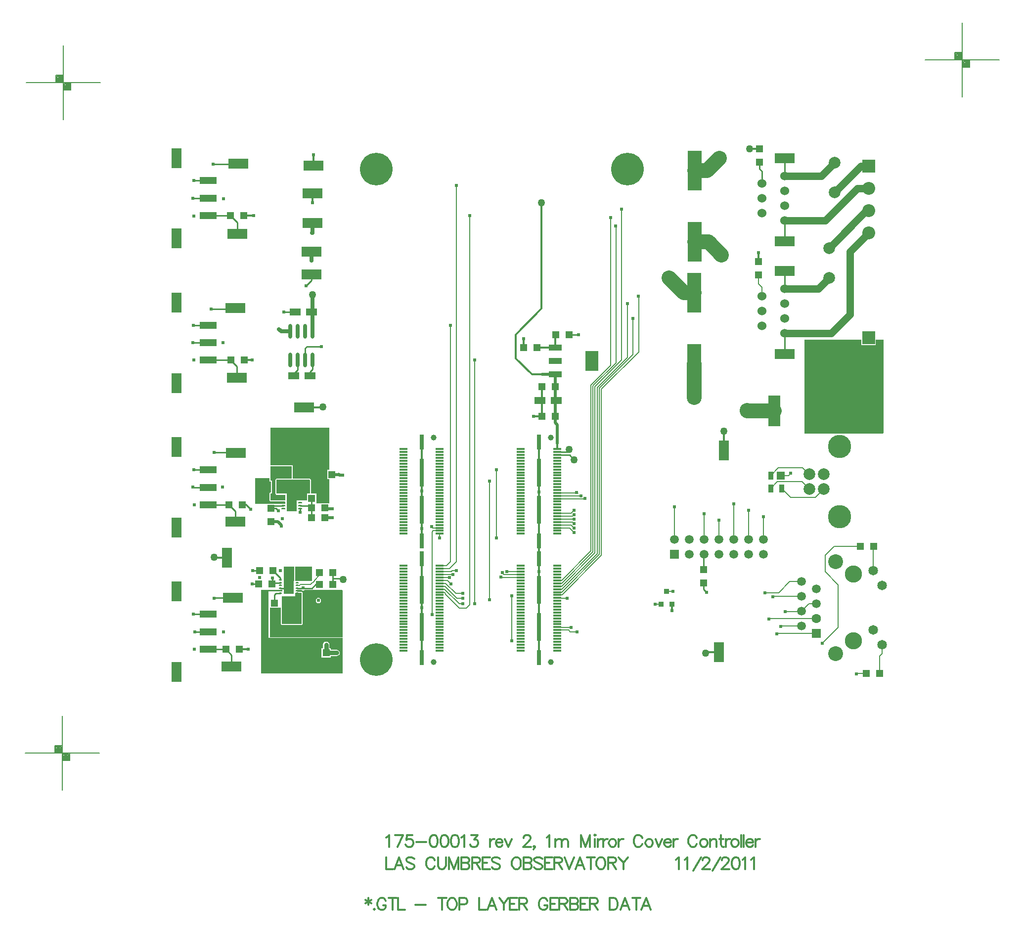
<source format=gtl>
%FSLAX23Y23*%
%MOIN*%
G70*
G01*
G75*
G04 Layer_Physical_Order=1*
G04 Layer_Color=255*
%ADD10R,0.025X0.100*%
%ADD11R,0.057X0.012*%
%ADD12R,0.025X0.185*%
%ADD13R,0.085X0.138*%
%ADD14R,0.085X0.043*%
%ADD15R,0.085X0.043*%
%ADD16R,0.035X0.053*%
%ADD17R,0.053X0.053*%
%ADD18R,0.070X0.135*%
%ADD19R,0.036X0.036*%
%ADD20R,0.098X0.268*%
%ADD21R,0.078X0.048*%
%ADD22R,0.063X0.075*%
%ADD23R,0.050X0.050*%
%ADD24R,0.079X0.209*%
%ADD25R,0.094X0.130*%
%ADD26O,0.028X0.098*%
%ADD27R,0.087X0.059*%
%ADD28O,0.027X0.010*%
%ADD29R,0.065X0.094*%
%ADD30O,0.024X0.010*%
%ADD31R,0.135X0.070*%
%ADD32R,0.050X0.050*%
%ADD33R,0.115X0.050*%
%ADD34R,0.065X0.135*%
%ADD35C,0.050*%
%ADD36C,0.008*%
%ADD37C,0.005*%
%ADD38C,0.012*%
%ADD39C,0.010*%
%ADD40C,0.020*%
%ADD41C,0.100*%
%ADD42C,0.030*%
%ADD43C,0.025*%
%ADD44C,0.012*%
%ADD45C,0.012*%
%ADD46C,0.060*%
%ADD47C,0.039*%
%ADD48C,0.220*%
%ADD49C,0.020*%
%ADD50C,0.059*%
%ADD51R,0.059X0.059*%
%ADD52C,0.063*%
%ADD53C,0.116*%
%ADD54C,0.065*%
%ADD55C,0.100*%
%ADD56C,0.079*%
%ADD57R,0.059X0.059*%
%ADD58C,0.059*%
%ADD59C,0.087*%
%ADD60R,0.087X0.087*%
%ADD61C,0.157*%
%ADD62C,0.026*%
%ADD63C,0.024*%
%ADD64C,0.050*%
G36*
X12898Y11260D02*
X12827D01*
Y11355D01*
X12898D01*
Y11260D01*
D02*
G37*
G36*
X13017D02*
X12904D01*
Y11355D01*
X13017D01*
Y11260D01*
D02*
G37*
G36*
X13222Y11195D02*
Y10881D01*
X12732D01*
Y11079D01*
X12793D01*
Y11080D01*
X12806D01*
Y10970D01*
X12808Y10965D01*
X12812Y10963D01*
X12947D01*
X12952Y10965D01*
X12954Y10970D01*
Y11180D01*
X12952Y11184D01*
X12947Y11186D01*
X12928D01*
X12927Y11186D01*
X12923Y11187D01*
X12916D01*
Y11199D01*
X12943Y11199D01*
X12943Y11199D01*
X12949Y11195D01*
X12956Y11193D01*
X12963Y11195D01*
X12969Y11199D01*
X12969Y11199D01*
X13217Y11200D01*
X13222Y11195D01*
D02*
G37*
G36*
X12817Y11189D02*
X12725D01*
Y10875D01*
X13222D01*
Y10635D01*
X12700D01*
Y10636D01*
X12672D01*
Y11199D01*
X12817D01*
Y11189D01*
D02*
G37*
G36*
X12947Y10970D02*
X12812D01*
Y11155D01*
X12902D01*
Y11180D01*
X12947D01*
Y10970D01*
D02*
G37*
G36*
X16869Y12258D02*
X16868Y12256D01*
X16867Y12253D01*
X16336D01*
Y12886D01*
X16719D01*
Y12850D01*
X16818D01*
Y12886D01*
X16869D01*
Y12258D01*
D02*
G37*
G36*
X13002Y11941D02*
X13002D01*
X13002Y11941D01*
X13003Y11941D01*
X13003Y11941D01*
X13003Y11941D01*
X13003Y11941D01*
X13003Y11940D01*
Y11848D01*
X12984D01*
Y11804D01*
X12910D01*
X12909Y11803D01*
X12848D01*
Y11848D01*
X12778D01*
X12777Y11848D01*
X12776Y11849D01*
Y11941D01*
X12777Y11941D01*
X12778Y11942D01*
X13001D01*
X13002Y11941D01*
D02*
G37*
G36*
X12881Y12033D02*
X12881Y12033D01*
Y11949D01*
Y11949D01*
X12841D01*
X12841Y11948D01*
X12776D01*
X12772Y11946D01*
X12770Y11942D01*
Y11848D01*
X12772Y11843D01*
X12776Y11841D01*
X12838D01*
Y11806D01*
X12834Y11802D01*
X12738D01*
X12737Y11802D01*
X12736Y11803D01*
Y11848D01*
X12748D01*
Y11935D01*
X12736D01*
Y12034D01*
X12880D01*
X12881Y12033D01*
D02*
G37*
G36*
X12730Y11933D02*
X12732Y11929D01*
X12736Y11927D01*
X12739D01*
Y11857D01*
X12736D01*
X12732Y11855D01*
X12730Y11850D01*
Y11802D01*
X12732Y11797D01*
X12736Y11795D01*
X12816D01*
X12816Y11795D01*
X12833D01*
X12836Y11794D01*
Y11780D01*
X12634D01*
X12634Y11780D01*
X12634Y11780D01*
X12633Y11780D01*
Y11953D01*
X12730D01*
Y11933D01*
D02*
G37*
G36*
X13133Y12008D02*
X13119D01*
Y11946D01*
X13133D01*
Y11787D01*
X13129Y11783D01*
X13046D01*
Y11786D01*
X13046D01*
Y11848D01*
X13010D01*
Y11941D01*
X13010Y11941D01*
X13010Y11941D01*
X13009Y11943D01*
X13008Y11945D01*
X13008Y11945D01*
X13008Y11946D01*
X13007Y11947D01*
X13005Y11947D01*
X13002Y11948D01*
X12888D01*
X12888Y11949D01*
Y12034D01*
X12886Y12038D01*
X12881Y12040D01*
X12736D01*
Y12292D01*
X12736Y12292D01*
X12736Y12292D01*
X12737Y12294D01*
X13133D01*
Y12008D01*
D02*
G37*
%LPC*%
G36*
X13112Y10851D02*
X13104Y10849D01*
X13097Y10845D01*
X13092Y10838D01*
X13091Y10830D01*
Y10806D01*
X13081D01*
Y10744D01*
X13143D01*
Y10753D01*
X13182D01*
X13190Y10755D01*
X13197Y10759D01*
X13202Y10766D01*
X13204Y10775D01*
X13202Y10783D01*
X13197Y10790D01*
X13190Y10794D01*
X13182Y10796D01*
X13143D01*
Y10806D01*
X13134D01*
Y10830D01*
X13132Y10838D01*
X13127Y10845D01*
X13120Y10849D01*
X13112Y10851D01*
D02*
G37*
G36*
X13060Y11146D02*
X13053Y11145D01*
X13047Y11141D01*
X13043Y11135D01*
X13042Y11128D01*
X13043Y11121D01*
X13047Y11115D01*
X13053Y11111D01*
X13060Y11109D01*
X13067Y11111D01*
X13073Y11115D01*
X13077Y11121D01*
X13078Y11128D01*
X13077Y11135D01*
X13073Y11141D01*
X13067Y11145D01*
X13060Y11146D01*
D02*
G37*
%LPD*%
D10*
X14547Y11409D02*
D03*
Y11531D02*
D03*
Y12196D02*
D03*
Y10744D02*
D03*
X13757Y11409D02*
D03*
Y11531D02*
D03*
Y12196D02*
D03*
Y10744D02*
D03*
D11*
X14669Y12149D02*
D03*
Y12129D02*
D03*
Y12110D02*
D03*
Y12090D02*
D03*
Y12070D02*
D03*
Y12050D02*
D03*
Y12031D02*
D03*
Y12011D02*
D03*
Y11991D02*
D03*
Y11972D02*
D03*
Y11952D02*
D03*
Y11932D02*
D03*
Y11913D02*
D03*
Y11893D02*
D03*
Y11873D02*
D03*
Y11854D02*
D03*
Y11834D02*
D03*
Y11814D02*
D03*
Y11795D02*
D03*
Y11775D02*
D03*
Y11755D02*
D03*
Y11736D02*
D03*
Y11716D02*
D03*
Y11696D02*
D03*
Y11676D02*
D03*
Y11657D02*
D03*
Y11637D02*
D03*
Y11617D02*
D03*
Y11598D02*
D03*
Y11578D02*
D03*
Y11362D02*
D03*
Y11342D02*
D03*
Y11322D02*
D03*
Y11302D02*
D03*
Y11283D02*
D03*
Y11263D02*
D03*
Y11243D02*
D03*
Y11224D02*
D03*
Y11204D02*
D03*
Y11184D02*
D03*
Y11165D02*
D03*
Y11145D02*
D03*
Y11125D02*
D03*
Y11106D02*
D03*
Y11086D02*
D03*
Y11066D02*
D03*
Y11047D02*
D03*
Y11027D02*
D03*
Y11007D02*
D03*
Y10987D02*
D03*
Y10968D02*
D03*
Y10948D02*
D03*
Y10928D02*
D03*
Y10909D02*
D03*
Y10889D02*
D03*
Y10869D02*
D03*
Y10850D02*
D03*
Y10830D02*
D03*
Y10810D02*
D03*
Y10791D02*
D03*
X14425Y12149D02*
D03*
Y12129D02*
D03*
Y12110D02*
D03*
Y12090D02*
D03*
Y12070D02*
D03*
Y12050D02*
D03*
Y12031D02*
D03*
Y12011D02*
D03*
Y11991D02*
D03*
Y11972D02*
D03*
Y11952D02*
D03*
Y11932D02*
D03*
Y11913D02*
D03*
Y11893D02*
D03*
Y11873D02*
D03*
Y11854D02*
D03*
Y11834D02*
D03*
Y11814D02*
D03*
Y11795D02*
D03*
Y11775D02*
D03*
Y11755D02*
D03*
Y11736D02*
D03*
Y11716D02*
D03*
Y11696D02*
D03*
Y11676D02*
D03*
Y11657D02*
D03*
Y11637D02*
D03*
Y11617D02*
D03*
Y11598D02*
D03*
Y11578D02*
D03*
Y11362D02*
D03*
Y11342D02*
D03*
Y11322D02*
D03*
Y11302D02*
D03*
Y11283D02*
D03*
Y11263D02*
D03*
Y11243D02*
D03*
Y11224D02*
D03*
Y11204D02*
D03*
Y11184D02*
D03*
Y11165D02*
D03*
Y11145D02*
D03*
Y11125D02*
D03*
Y11106D02*
D03*
Y11086D02*
D03*
Y11066D02*
D03*
Y11047D02*
D03*
Y11027D02*
D03*
Y11007D02*
D03*
Y10987D02*
D03*
Y10968D02*
D03*
Y10948D02*
D03*
Y10928D02*
D03*
Y10909D02*
D03*
Y10889D02*
D03*
Y10869D02*
D03*
Y10850D02*
D03*
Y10830D02*
D03*
Y10810D02*
D03*
Y10791D02*
D03*
X13878Y12149D02*
D03*
Y12129D02*
D03*
Y12110D02*
D03*
Y12090D02*
D03*
Y12070D02*
D03*
Y12050D02*
D03*
Y12031D02*
D03*
Y12011D02*
D03*
Y11991D02*
D03*
Y11972D02*
D03*
Y11952D02*
D03*
Y11932D02*
D03*
Y11913D02*
D03*
Y11893D02*
D03*
Y11873D02*
D03*
Y11854D02*
D03*
Y11834D02*
D03*
Y11814D02*
D03*
Y11795D02*
D03*
Y11775D02*
D03*
Y11755D02*
D03*
Y11736D02*
D03*
Y11716D02*
D03*
Y11696D02*
D03*
Y11676D02*
D03*
Y11657D02*
D03*
Y11637D02*
D03*
Y11617D02*
D03*
Y11598D02*
D03*
Y11578D02*
D03*
Y11362D02*
D03*
Y11342D02*
D03*
Y11322D02*
D03*
Y11302D02*
D03*
Y11283D02*
D03*
Y11263D02*
D03*
Y11243D02*
D03*
Y11224D02*
D03*
Y11204D02*
D03*
Y11184D02*
D03*
Y11165D02*
D03*
Y11145D02*
D03*
Y11125D02*
D03*
Y11106D02*
D03*
Y11086D02*
D03*
Y11066D02*
D03*
Y11047D02*
D03*
Y11027D02*
D03*
Y11007D02*
D03*
Y10987D02*
D03*
Y10968D02*
D03*
Y10948D02*
D03*
Y10928D02*
D03*
Y10909D02*
D03*
Y10889D02*
D03*
Y10869D02*
D03*
Y10850D02*
D03*
Y10830D02*
D03*
Y10810D02*
D03*
Y10791D02*
D03*
X13635Y12149D02*
D03*
Y12129D02*
D03*
Y12110D02*
D03*
Y12090D02*
D03*
Y12070D02*
D03*
Y12050D02*
D03*
Y12031D02*
D03*
Y12011D02*
D03*
Y11991D02*
D03*
Y11972D02*
D03*
Y11952D02*
D03*
Y11932D02*
D03*
Y11913D02*
D03*
Y11893D02*
D03*
Y11873D02*
D03*
Y11854D02*
D03*
Y11834D02*
D03*
Y11814D02*
D03*
Y11795D02*
D03*
Y11775D02*
D03*
Y11755D02*
D03*
Y11736D02*
D03*
Y11716D02*
D03*
Y11696D02*
D03*
Y11676D02*
D03*
Y11657D02*
D03*
Y11637D02*
D03*
Y11617D02*
D03*
Y11598D02*
D03*
Y11578D02*
D03*
Y11362D02*
D03*
Y11342D02*
D03*
Y11322D02*
D03*
Y11302D02*
D03*
Y11283D02*
D03*
Y11263D02*
D03*
Y11243D02*
D03*
Y11224D02*
D03*
Y11204D02*
D03*
Y11184D02*
D03*
Y11165D02*
D03*
Y11145D02*
D03*
Y11125D02*
D03*
Y11106D02*
D03*
Y11086D02*
D03*
Y11066D02*
D03*
Y11047D02*
D03*
Y11027D02*
D03*
Y11007D02*
D03*
Y10987D02*
D03*
Y10968D02*
D03*
Y10948D02*
D03*
Y10928D02*
D03*
Y10909D02*
D03*
Y10889D02*
D03*
Y10869D02*
D03*
Y10850D02*
D03*
Y10830D02*
D03*
Y10810D02*
D03*
Y10791D02*
D03*
D12*
X14547Y11988D02*
D03*
Y11738D02*
D03*
Y10951D02*
D03*
Y11201D02*
D03*
X13757Y11988D02*
D03*
Y11738D02*
D03*
Y10951D02*
D03*
Y11201D02*
D03*
D13*
X14902Y12743D02*
D03*
D14*
X14658Y12653D02*
D03*
Y12834D02*
D03*
D15*
Y12743D02*
D03*
D16*
X16109Y11971D02*
D03*
Y11884D02*
D03*
X16183D02*
D03*
D17*
X16176Y11971D02*
D03*
D18*
X15793Y12138D02*
D03*
X16382Y12674D02*
D03*
X12442Y11417D02*
D03*
X15759Y10779D02*
D03*
D19*
X15369Y11104D02*
D03*
X15406Y11190D02*
D03*
X15443Y11104D02*
D03*
D20*
X15598Y13545D02*
D03*
Y14025D02*
D03*
X15595Y12722D02*
D03*
Y13202D02*
D03*
D21*
X13004Y12642D02*
D03*
X12894D02*
D03*
X14553Y12475D02*
D03*
X14663D02*
D03*
X13015Y13073D02*
D03*
X12905D02*
D03*
D22*
X13074Y11895D02*
D03*
X12964D02*
D03*
X12710Y11892D02*
D03*
X12820D02*
D03*
D23*
X14566Y12570D02*
D03*
X14656D02*
D03*
X12437Y10799D02*
D03*
X12527D02*
D03*
X12458Y11773D02*
D03*
X12548D02*
D03*
X12469Y12748D02*
D03*
X12559D02*
D03*
X12468Y13722D02*
D03*
X12558D02*
D03*
X16755Y10636D02*
D03*
X16845D02*
D03*
X16713Y11492D02*
D03*
X16803D02*
D03*
X13150Y11977D02*
D03*
X13060D02*
D03*
X13105Y11752D02*
D03*
X13015D02*
D03*
Y11817D02*
D03*
X13105D02*
D03*
X13015Y11687D02*
D03*
X13105D02*
D03*
X12662Y11330D02*
D03*
X12752D02*
D03*
X13157Y11315D02*
D03*
X13067D02*
D03*
X13157Y11235D02*
D03*
X13067D02*
D03*
X12747Y11240D02*
D03*
X12657D02*
D03*
X12867Y11320D02*
D03*
X12957D02*
D03*
X14568Y12368D02*
D03*
X14658D02*
D03*
X14660Y12921D02*
D03*
X14750D02*
D03*
X14445Y12833D02*
D03*
X14535D02*
D03*
D24*
X16394Y12407D02*
D03*
X16134D02*
D03*
D25*
X13144Y11050D02*
D03*
X12870D02*
D03*
D26*
X13021Y12942D02*
D03*
X12971D02*
D03*
X12921D02*
D03*
X12871D02*
D03*
X13021Y12749D02*
D03*
X12971D02*
D03*
X12921D02*
D03*
X12871D02*
D03*
D27*
X12917Y10926D02*
D03*
Y10674D02*
D03*
X12820Y11996D02*
D03*
Y12248D02*
D03*
D28*
X12825Y11806D02*
D03*
Y11787D02*
D03*
Y11767D02*
D03*
Y11747D02*
D03*
X12936D02*
D03*
Y11767D02*
D03*
X12936Y11787D02*
D03*
X12936Y11806D02*
D03*
D29*
X12880Y11777D02*
D03*
X12859Y11220D02*
D03*
D30*
X12916Y11265D02*
D03*
Y11247D02*
D03*
X12802Y11265D02*
D03*
Y11247D02*
D03*
Y11229D02*
D03*
Y11211D02*
D03*
Y11194D02*
D03*
Y11176D02*
D03*
X12916D02*
D03*
Y11194D02*
D03*
Y11211D02*
D03*
Y11229D02*
D03*
D31*
X16202Y12790D02*
D03*
Y13350D02*
D03*
Y13550D02*
D03*
Y14110D02*
D03*
X13019Y13674D02*
D03*
X13026Y14061D02*
D03*
X13015Y13481D02*
D03*
X13021Y13873D02*
D03*
X12484Y11147D02*
D03*
X12502Y12124D02*
D03*
X12500Y13099D02*
D03*
X12521Y14074D02*
D03*
X12475Y10683D02*
D03*
X12500Y11659D02*
D03*
X12509Y12629D02*
D03*
X12514Y13600D02*
D03*
X13015Y13326D02*
D03*
X12963Y12430D02*
D03*
D32*
X16027Y13413D02*
D03*
Y13323D02*
D03*
X16035Y14173D02*
D03*
Y14083D02*
D03*
X15658Y11337D02*
D03*
Y11247D02*
D03*
X12741Y11659D02*
D03*
Y11749D02*
D03*
X12762Y11020D02*
D03*
Y11110D02*
D03*
X13112Y10775D02*
D03*
Y10685D02*
D03*
D33*
X12318Y13722D02*
D03*
Y13840D02*
D03*
Y13958D02*
D03*
Y12748D02*
D03*
Y12866D02*
D03*
Y12984D02*
D03*
Y11773D02*
D03*
Y11891D02*
D03*
Y12009D02*
D03*
Y10799D02*
D03*
Y10917D02*
D03*
Y11035D02*
D03*
D34*
X12102Y13569D02*
D03*
Y14111D02*
D03*
Y12594D02*
D03*
Y13137D02*
D03*
Y11620D02*
D03*
Y12162D02*
D03*
Y10646D02*
D03*
Y11188D02*
D03*
D35*
X16716Y14055D02*
X16769D01*
X16539Y13878D02*
X16716Y14055D01*
X16692Y13905D02*
X16769D01*
X16476Y13690D02*
X16692Y13905D01*
X16202Y13690D02*
X16476D01*
X16451Y13990D02*
X16539Y14078D01*
X16202Y13990D02*
X16451D01*
X16754Y13755D02*
X16769D01*
X16502Y13503D02*
X16754Y13755D01*
X16429Y13230D02*
X16502Y13303D01*
X16202Y13230D02*
X16429D01*
X16644Y13480D02*
X16769Y13605D01*
X16644Y13057D02*
Y13480D01*
X16516Y12930D02*
X16644Y13057D01*
X16202Y12930D02*
X16516D01*
D36*
X13994Y11142D02*
X14034D01*
X13912Y11224D02*
X13994Y11142D01*
X13986Y11175D02*
X14034D01*
X13917Y11243D02*
X13986Y11175D01*
X13878Y11224D02*
X13912D01*
X13878Y11243D02*
X13917D01*
X14009Y11105D02*
X14034D01*
X13910Y11204D02*
X14009Y11105D01*
X13878Y11204D02*
X13910D01*
X13878Y11184D02*
X13907D01*
X13917Y11175D01*
Y11170D02*
X14010Y11077D01*
X13917Y11170D02*
Y11175D01*
X14010Y11077D02*
X14056D01*
X12916Y11229D02*
X12933D01*
X12938Y11235D01*
X13008D01*
X13032Y11259D01*
Y11264D01*
X13067Y11299D01*
Y11315D01*
X16536Y11492D02*
X16713D01*
X16476Y11433D02*
X16536Y11492D01*
X16476Y11322D02*
Y11433D01*
Y11322D02*
X16564Y11234D01*
X15029Y12713D02*
Y13710D01*
X14897Y12581D02*
X15029Y12713D01*
X14897Y11462D02*
Y12581D01*
X14699Y11263D02*
X14897Y11462D01*
X14669Y11263D02*
X14699D01*
X15067Y12731D02*
Y13652D01*
X14911Y12576D02*
X15067Y12731D01*
X14911Y11456D02*
Y12576D01*
X14699Y11243D02*
X14911Y11456D01*
X14669Y11243D02*
X14699D01*
X15105Y12749D02*
Y13766D01*
X14925Y12570D02*
X15105Y12749D01*
X14925Y11450D02*
Y12570D01*
X14699Y11224D02*
X14925Y11450D01*
X14669Y11224D02*
X14699D01*
X15143Y12767D02*
Y13128D01*
X14939Y12564D02*
X15143Y12767D01*
X14939Y11444D02*
Y12564D01*
X14699Y11204D02*
X14939Y11444D01*
X14669Y11204D02*
X14699D01*
X15181Y12786D02*
Y13029D01*
X14953Y12558D02*
X15181Y12786D01*
X14953Y11438D02*
Y12558D01*
X14699Y11184D02*
X14953Y11438D01*
X14669Y11184D02*
X14699D01*
X14967Y12552D02*
X15219Y12804D01*
X14967Y11433D02*
Y12552D01*
X14702Y11167D02*
X14967Y11433D01*
X14112Y11105D02*
Y12750D01*
X14215Y11134D02*
Y11934D01*
X14362Y10856D02*
Y11160D01*
X14056Y11077D02*
X14079Y11100D01*
Y13723D01*
X13878Y11362D02*
X13923D01*
X13950Y11388D01*
Y12983D01*
X13878Y11342D02*
X13944D01*
X13990Y11388D01*
Y13927D01*
X13835Y11598D02*
X13878D01*
X13827Y11590D02*
X13835Y11598D01*
X13827Y11033D02*
Y11590D01*
X13878Y11552D02*
Y11578D01*
X13878Y11551D02*
X13878Y11552D01*
X14260Y11551D02*
Y12010D01*
X13878Y11263D02*
X13931D01*
X13953Y11241D01*
X13830Y11617D02*
X13878D01*
X13822Y11625D02*
X13830Y11617D01*
X15406Y11190D02*
X15450D01*
X15329Y11104D02*
X15369D01*
X14669Y11144D02*
X14738D01*
X14669Y11145D02*
X14669Y11144D01*
X14669Y11165D02*
X14702D01*
Y11167D01*
X15219Y12804D02*
Y13180D01*
X15181Y13029D02*
X15181Y13029D01*
X15143Y13128D02*
X15143Y13128D01*
X16049Y13180D02*
Y13241D01*
X16027Y13263D02*
X16049Y13241D01*
X16027Y13263D02*
Y13323D01*
X16801Y11329D02*
Y11491D01*
X16803Y11492D01*
X16564Y10947D02*
Y11234D01*
X16457Y10840D02*
X16564Y10947D01*
X14670Y10946D02*
X14764D01*
X14669Y10948D02*
X14670Y10946D01*
X16861Y10769D02*
Y10831D01*
X16845Y10752D02*
X16861Y10769D01*
X16845Y10636D02*
Y10752D01*
X16690Y10636D02*
X16755D01*
X16688Y10634D02*
X16690Y10636D01*
X14757Y10917D02*
X14805D01*
X14746Y10928D02*
X14757Y10917D01*
X14669Y10928D02*
X14746D01*
X11311Y14643D02*
X11321D01*
X11311Y14638D02*
Y14648D01*
Y14638D02*
X11321D01*
Y14648D01*
X11311D02*
X11321D01*
X11306Y14633D02*
Y14648D01*
Y14633D02*
X11326D01*
Y14653D01*
X11306D02*
X11326D01*
X11301Y14628D02*
Y14653D01*
Y14628D02*
X11331D01*
Y14658D01*
X11301D02*
X11331D01*
X11296Y14623D02*
Y14663D01*
Y14623D02*
X11336D01*
Y14663D01*
X11296D02*
X11336D01*
X11361Y14593D02*
X11371D01*
X11361Y14588D02*
Y14598D01*
Y14588D02*
X11371D01*
Y14598D01*
X11361D02*
X11371D01*
X11356Y14583D02*
Y14598D01*
Y14583D02*
X11376D01*
Y14603D01*
X11356D02*
X11376D01*
X11351Y14578D02*
Y14603D01*
Y14578D02*
X11381D01*
Y14608D01*
X11351D02*
X11381D01*
X11346Y14573D02*
Y14613D01*
Y14573D02*
X11386D01*
Y14613D01*
X11346D02*
X11386D01*
X11341Y14568D02*
X11391D01*
Y14618D01*
X11291Y14668D02*
X11341D01*
X11291Y14618D02*
Y14668D01*
X11341Y14368D02*
Y14868D01*
X11091Y14618D02*
X11591D01*
X11302Y10123D02*
X11312D01*
X11302Y10118D02*
Y10128D01*
Y10118D02*
X11312D01*
Y10128D01*
X11302D02*
X11312D01*
X11297Y10113D02*
Y10128D01*
Y10113D02*
X11317D01*
Y10133D01*
X11297D02*
X11317D01*
X11292Y10108D02*
Y10133D01*
Y10108D02*
X11322D01*
Y10138D01*
X11292D02*
X11322D01*
X11287Y10103D02*
Y10143D01*
Y10103D02*
X11327D01*
Y10143D01*
X11287D02*
X11327D01*
X11352Y10073D02*
X11362D01*
X11352Y10068D02*
Y10078D01*
Y10068D02*
X11362D01*
Y10078D01*
X11352D02*
X11362D01*
X11347Y10063D02*
Y10078D01*
Y10063D02*
X11367D01*
Y10083D01*
X11347D02*
X11367D01*
X11342Y10058D02*
Y10083D01*
Y10058D02*
X11372D01*
Y10088D01*
X11342D02*
X11372D01*
X11337Y10053D02*
Y10093D01*
Y10053D02*
X11377D01*
Y10093D01*
X11337D02*
X11377D01*
X11332Y10048D02*
X11382D01*
Y10098D01*
X11282Y10148D02*
X11332D01*
X11282Y10098D02*
Y10148D01*
X11332Y9848D02*
Y10348D01*
X11082Y10098D02*
X11582D01*
X17370Y14798D02*
X17380D01*
X17370Y14793D02*
Y14803D01*
Y14793D02*
X17380Y14793D01*
X17380Y14803D01*
X17370D02*
X17380D01*
X17365Y14788D02*
Y14803D01*
Y14788D02*
X17385D01*
Y14808D01*
X17365Y14808D02*
X17385Y14808D01*
X17360Y14783D02*
Y14808D01*
Y14783D02*
X17390D01*
Y14813D01*
X17360D02*
X17390D01*
X17355Y14778D02*
Y14818D01*
Y14778D02*
X17395D01*
Y14818D01*
X17355D02*
X17395D01*
X17420Y14748D02*
X17430D01*
X17420Y14743D02*
X17420Y14753D01*
X17420Y14743D02*
X17430D01*
Y14753D01*
X17420Y14753D02*
X17430Y14753D01*
X17415Y14738D02*
Y14753D01*
Y14738D02*
X17435Y14738D01*
X17435Y14758D02*
X17435Y14738D01*
X17415Y14758D02*
X17435D01*
X17410Y14733D02*
Y14758D01*
Y14733D02*
X17440D01*
Y14763D01*
X17410D02*
X17440D01*
X17405Y14728D02*
Y14768D01*
Y14728D02*
X17445D01*
Y14768D01*
X17405D02*
X17445D01*
X17400Y14723D02*
X17450Y14723D01*
X17450Y14773D02*
X17450Y14723D01*
X17350Y14823D02*
X17400Y14823D01*
X17350Y14823D02*
X17350Y14773D01*
X17400Y14523D02*
Y15023D01*
X17150Y14773D02*
X17650D01*
D37*
X13988Y11331D02*
X13990Y11328D01*
X13955Y11323D02*
X13963Y11331D01*
X13955Y11322D02*
X13955Y11323D01*
X13956D01*
X13963Y11331D02*
X13988D01*
X13880Y11304D02*
X13966D01*
X13878Y11302D02*
X13880Y11304D01*
X13878Y11322D02*
X13955D01*
X13990Y11328D02*
Y11329D01*
X14299Y11315D02*
X14311Y11302D01*
X16059Y11692D02*
X16060Y11691D01*
Y11639D02*
Y11691D01*
X15959Y11736D02*
X15960Y11735D01*
Y11679D02*
Y11735D01*
X15860Y11780D02*
X15860Y11780D01*
X15760Y11670D02*
X15760Y11670D01*
X15760Y11626D02*
Y11670D01*
X15660Y11714D02*
X15660Y11714D01*
X15660Y11657D02*
Y11714D01*
X15460Y11758D02*
X15460Y11758D01*
X15460Y11695D02*
Y11758D01*
X14669Y11716D02*
X14763D01*
X14669Y11696D02*
X14773D01*
X14669Y11676D02*
X14783D01*
X14669Y11657D02*
X14773D01*
X14669Y11637D02*
X14763D01*
X14669Y11617D02*
X14752D01*
X14773Y11657D02*
X14783Y11646D01*
X14763Y11637D02*
X14783Y11616D01*
X14752Y11617D02*
X14783Y11586D01*
X14763Y11716D02*
X14783Y11736D01*
X14773Y11696D02*
X14783Y11706D01*
X15460Y11541D02*
Y11695D01*
X15860Y11541D02*
Y11780D01*
X15960Y11541D02*
Y11679D01*
X14849Y11814D02*
X14850Y11815D01*
X14669Y11814D02*
X14849D01*
X14669Y11814D02*
X14669Y11814D01*
X16060Y11638D02*
Y11639D01*
Y11541D02*
Y11639D01*
X15760Y11541D02*
Y11618D01*
Y11626D01*
X15660Y11541D02*
Y11657D01*
X16230Y11971D02*
X16245Y11985D01*
X16176Y11971D02*
X16230D01*
X16109D02*
X16161Y12023D01*
X16324D01*
X16369Y11979D01*
X16109Y11884D02*
X16153Y11928D01*
X16321D01*
X16369Y11880D01*
X16183Y11884D02*
X16243Y11824D01*
X16411D01*
X16467Y11880D01*
X14669Y11854D02*
X14809D01*
X14669Y11834D02*
X14829D01*
X14830Y11834D01*
X14809Y11854D02*
X14810Y11854D01*
X16151Y10904D02*
X16151Y10905D01*
X16418D01*
X16178Y10953D02*
X16179Y10955D01*
X16318D01*
X16097Y11004D02*
X16097Y11005D01*
X16418D01*
X16318Y11055D02*
X16368Y11105D01*
X16318Y11054D02*
X16318Y11055D01*
X16207Y11054D02*
X16318D01*
X16368Y11105D02*
X16418D01*
X16125Y11154D02*
X16125Y11155D01*
X16318D01*
X16071Y11178D02*
X16162D01*
X16238Y11255D01*
X16318D01*
X14311Y11302D02*
X14425D01*
X14291Y11283D02*
X14425D01*
X14331Y11322D02*
X14425D01*
X14289Y11285D02*
X14291Y11283D01*
X14329Y11324D02*
X14331Y11322D01*
X13878Y11283D02*
X13944D01*
X13944Y11282D01*
D38*
X14445Y12833D02*
Y12893D01*
X14657Y12833D02*
Y12919D01*
X14535Y12833D02*
X14657D01*
X12558Y13722D02*
X12625D01*
X12613Y12748D02*
X12615Y12750D01*
X12559Y12748D02*
X12613D01*
X12573Y11773D02*
X12602Y11744D01*
X12548Y11773D02*
X12573D01*
X12527Y10799D02*
X12587D01*
X13757Y11867D02*
Y12196D01*
Y11867D02*
X13757Y11866D01*
Y11739D02*
Y11866D01*
X13756Y11738D02*
X13757Y11739D01*
X13756Y11614D02*
Y11738D01*
Y11614D02*
X13757Y11614D01*
Y11531D02*
Y11614D01*
X13757Y11079D02*
Y11408D01*
X13757Y10951D02*
Y11079D01*
Y10744D02*
Y10951D01*
Y11079D02*
X13757Y11079D01*
X14547Y11988D02*
Y12196D01*
Y11862D02*
Y11988D01*
Y11201D02*
Y11323D01*
Y10951D02*
Y11201D01*
Y10744D02*
Y10951D01*
X14546Y11324D02*
Y11861D01*
Y11324D02*
X14547Y11323D01*
X14546Y11861D02*
X14547Y11862D01*
X14566Y12370D02*
Y12570D01*
X14510Y12368D02*
X14568D01*
X14566Y12370D02*
X14568Y12368D01*
X14669Y12149D02*
Y12187D01*
X15443Y11058D02*
Y11104D01*
X15968Y14173D02*
X16035D01*
X15967Y14172D02*
X15968Y14173D01*
X16027Y13413D02*
Y13471D01*
X16028Y13472D01*
X13021Y13808D02*
Y13873D01*
X13019Y13806D02*
X13021Y13808D01*
X13026Y14061D02*
Y14131D01*
X13027Y14132D01*
X14565Y13096D02*
Y13808D01*
X14390Y12921D02*
X14565Y13096D01*
X14390Y12761D02*
Y12921D01*
Y12761D02*
X14499Y12652D01*
X14567D01*
X15793Y12138D02*
Y12269D01*
X15678Y10779D02*
X15759D01*
X15671Y10772D02*
X15678Y10779D01*
X12360Y11417D02*
X12442D01*
X12357Y11420D02*
X12360Y11417D01*
X12963Y12430D02*
X13087D01*
X13090Y12433D01*
X13518Y9531D02*
X13526Y9535D01*
X13537Y9546D01*
Y9466D01*
X13630Y9546D02*
X13592Y9466D01*
X13577Y9546D02*
X13630D01*
X13694D02*
X13656D01*
X13652Y9512D01*
X13656Y9516D01*
X13667Y9520D01*
X13679D01*
X13690Y9516D01*
X13698Y9508D01*
X13701Y9497D01*
Y9489D01*
X13698Y9478D01*
X13690Y9470D01*
X13679Y9466D01*
X13667D01*
X13656Y9470D01*
X13652Y9474D01*
X13648Y9482D01*
X13719Y9501D02*
X13788D01*
X13834Y9546D02*
X13823Y9543D01*
X13815Y9531D01*
X13811Y9512D01*
Y9501D01*
X13815Y9482D01*
X13823Y9470D01*
X13834Y9466D01*
X13842D01*
X13853Y9470D01*
X13861Y9482D01*
X13865Y9501D01*
Y9512D01*
X13861Y9531D01*
X13853Y9543D01*
X13842Y9546D01*
X13834D01*
X13906D02*
X13894Y9543D01*
X13886Y9531D01*
X13883Y9512D01*
Y9501D01*
X13886Y9482D01*
X13894Y9470D01*
X13906Y9466D01*
X13913D01*
X13925Y9470D01*
X13932Y9482D01*
X13936Y9501D01*
Y9512D01*
X13932Y9531D01*
X13925Y9543D01*
X13913Y9546D01*
X13906D01*
X13977D02*
X13965Y9543D01*
X13958Y9531D01*
X13954Y9512D01*
Y9501D01*
X13958Y9482D01*
X13965Y9470D01*
X13977Y9466D01*
X13984D01*
X13996Y9470D01*
X14003Y9482D01*
X14007Y9501D01*
Y9512D01*
X14003Y9531D01*
X13996Y9543D01*
X13984Y9546D01*
X13977D01*
X14025Y9531D02*
X14033Y9535D01*
X14044Y9546D01*
Y9466D01*
X14091Y9546D02*
X14133D01*
X14110Y9516D01*
X14122D01*
X14129Y9512D01*
X14133Y9508D01*
X14137Y9497D01*
Y9489D01*
X14133Y9478D01*
X14126Y9470D01*
X14114Y9466D01*
X14103D01*
X14091Y9470D01*
X14088Y9474D01*
X14084Y9482D01*
X14218Y9520D02*
Y9466D01*
Y9497D02*
X14222Y9508D01*
X14229Y9516D01*
X14237Y9520D01*
X14248D01*
X14256Y9497D02*
X14301D01*
Y9504D01*
X14297Y9512D01*
X14294Y9516D01*
X14286Y9520D01*
X14275D01*
X14267Y9516D01*
X14259Y9508D01*
X14256Y9497D01*
Y9489D01*
X14259Y9478D01*
X14267Y9470D01*
X14275Y9466D01*
X14286D01*
X14294Y9470D01*
X14301Y9478D01*
X14318Y9520D02*
X14341Y9466D01*
X14364Y9520D02*
X14341Y9466D01*
X14444Y9527D02*
Y9531D01*
X14447Y9539D01*
X14451Y9543D01*
X14459Y9546D01*
X14474D01*
X14482Y9543D01*
X14486Y9539D01*
X14489Y9531D01*
Y9523D01*
X14486Y9516D01*
X14478Y9504D01*
X14440Y9466D01*
X14493D01*
X14519Y9470D02*
X14515Y9466D01*
X14511Y9470D01*
X14515Y9474D01*
X14519Y9470D01*
Y9463D01*
X14515Y9455D01*
X14511Y9451D01*
X14599Y9531D02*
X14607Y9535D01*
X14618Y9546D01*
Y9466D01*
X14658Y9520D02*
Y9466D01*
Y9504D02*
X14669Y9516D01*
X14677Y9520D01*
X14688D01*
X14696Y9516D01*
X14700Y9504D01*
Y9466D01*
Y9504D02*
X14711Y9516D01*
X14719Y9520D01*
X14730D01*
X14738Y9516D01*
X14742Y9504D01*
Y9466D01*
X14830Y9546D02*
Y9466D01*
Y9546D02*
X14860Y9466D01*
X14890Y9546D02*
X14860Y9466D01*
X14890Y9546D02*
Y9466D01*
X14921Y9546D02*
X14925Y9543D01*
X14929Y9546D01*
X14925Y9550D01*
X14921Y9546D01*
X14925Y9520D02*
Y9466D01*
X14943Y9520D02*
Y9466D01*
Y9497D02*
X14946Y9508D01*
X14954Y9516D01*
X14962Y9520D01*
X14973D01*
X14980D02*
Y9466D01*
Y9497D02*
X14984Y9508D01*
X14992Y9516D01*
X14999Y9520D01*
X15011D01*
X15037D02*
X15029Y9516D01*
X15022Y9508D01*
X15018Y9497D01*
Y9489D01*
X15022Y9478D01*
X15029Y9470D01*
X15037Y9466D01*
X15049D01*
X15056Y9470D01*
X15064Y9478D01*
X15068Y9489D01*
Y9497D01*
X15064Y9508D01*
X15056Y9516D01*
X15049Y9520D01*
X15037D01*
X15085D02*
Y9466D01*
Y9497D02*
X15089Y9508D01*
X15097Y9516D01*
X15104Y9520D01*
X15116D01*
X15243Y9527D02*
X15239Y9535D01*
X15231Y9543D01*
X15224Y9546D01*
X15208D01*
X15201Y9543D01*
X15193Y9535D01*
X15189Y9527D01*
X15186Y9516D01*
Y9497D01*
X15189Y9485D01*
X15193Y9478D01*
X15201Y9470D01*
X15208Y9466D01*
X15224D01*
X15231Y9470D01*
X15239Y9478D01*
X15243Y9485D01*
X15284Y9520D02*
X15277Y9516D01*
X15269Y9508D01*
X15265Y9497D01*
Y9489D01*
X15269Y9478D01*
X15277Y9470D01*
X15284Y9466D01*
X15296D01*
X15303Y9470D01*
X15311Y9478D01*
X15315Y9489D01*
Y9497D01*
X15311Y9508D01*
X15303Y9516D01*
X15296Y9520D01*
X15284D01*
X15332D02*
X15355Y9466D01*
X15378Y9520D02*
X15355Y9466D01*
X15391Y9497D02*
X15437D01*
Y9504D01*
X15433Y9512D01*
X15429Y9516D01*
X15421Y9520D01*
X15410D01*
X15402Y9516D01*
X15395Y9508D01*
X15391Y9497D01*
Y9489D01*
X15395Y9478D01*
X15402Y9470D01*
X15410Y9466D01*
X15421D01*
X15429Y9470D01*
X15437Y9478D01*
X15454Y9520D02*
Y9466D01*
Y9497D02*
X15458Y9508D01*
X15465Y9516D01*
X15473Y9520D01*
X15484D01*
X15611Y9527D02*
X15608Y9535D01*
X15600Y9543D01*
X15592Y9546D01*
X15577D01*
X15570Y9543D01*
X15562Y9535D01*
X15558Y9527D01*
X15554Y9516D01*
Y9497D01*
X15558Y9485D01*
X15562Y9478D01*
X15570Y9470D01*
X15577Y9466D01*
X15592D01*
X15600Y9470D01*
X15608Y9478D01*
X15611Y9485D01*
X15653Y9520D02*
X15645Y9516D01*
X15638Y9508D01*
X15634Y9497D01*
Y9489D01*
X15638Y9478D01*
X15645Y9470D01*
X15653Y9466D01*
X15664D01*
X15672Y9470D01*
X15680Y9478D01*
X15683Y9489D01*
Y9497D01*
X15680Y9508D01*
X15672Y9516D01*
X15664Y9520D01*
X15653D01*
X15701D02*
Y9466D01*
Y9504D02*
X15712Y9516D01*
X15720Y9520D01*
X15731D01*
X15739Y9516D01*
X15743Y9504D01*
Y9466D01*
X15775Y9546D02*
Y9482D01*
X15779Y9470D01*
X15787Y9466D01*
X15794D01*
X15764Y9520D02*
X15790D01*
X15806D02*
Y9466D01*
Y9497D02*
X15809Y9508D01*
X15817Y9516D01*
X15825Y9520D01*
X15836D01*
X15862D02*
X15855Y9516D01*
X15847Y9508D01*
X15843Y9497D01*
Y9489D01*
X15847Y9478D01*
X15855Y9470D01*
X15862Y9466D01*
X15874D01*
X15881Y9470D01*
X15889Y9478D01*
X15893Y9489D01*
Y9497D01*
X15889Y9508D01*
X15881Y9516D01*
X15874Y9520D01*
X15862D01*
X15910Y9546D02*
Y9466D01*
X15927Y9546D02*
Y9466D01*
X15944Y9497D02*
X15990D01*
Y9504D01*
X15986Y9512D01*
X15982Y9516D01*
X15974Y9520D01*
X15963D01*
X15955Y9516D01*
X15948Y9508D01*
X15944Y9497D01*
Y9489D01*
X15948Y9478D01*
X15955Y9470D01*
X15963Y9466D01*
X15974D01*
X15982Y9470D01*
X15990Y9478D01*
X16007Y9520D02*
Y9466D01*
Y9497D02*
X16011Y9508D01*
X16018Y9516D01*
X16026Y9520D01*
X16037D01*
D39*
X14811Y12921D02*
X14812Y12920D01*
X14750Y12921D02*
X14811D01*
X15658Y11203D02*
X15678Y11183D01*
X15658Y11203D02*
Y11247D01*
Y11337D02*
Y11439D01*
X12827Y13073D02*
X12905D01*
X12982Y12840D02*
X13080D01*
X12971Y12829D02*
X12982Y12840D01*
X12971Y12749D02*
Y12829D01*
X13021Y12685D02*
Y12749D01*
X13004Y12668D02*
X13021Y12685D01*
X13004Y12642D02*
Y12668D01*
X12921Y12684D02*
Y12749D01*
X12894Y12657D02*
X12921Y12684D01*
X12894Y12642D02*
Y12657D01*
X13015Y13073D02*
X13021Y13067D01*
X12516Y14069D02*
X12521Y14074D01*
X12351Y14069D02*
X12516D01*
X12219Y13959D02*
X12220Y13958D01*
X12318D01*
X12214Y13839D02*
X12215Y13840D01*
X12318D01*
X12468Y13722D02*
X12514Y13676D01*
Y13600D02*
Y13676D01*
X12318Y13722D02*
X12468D01*
X12495Y13094D02*
X12500Y13099D01*
X12338Y13094D02*
X12495D01*
X12217Y12984D02*
X12218Y12984D01*
X12318D01*
X12212Y12865D02*
X12212Y12866D01*
X12318D01*
X12468Y12748D02*
X12509Y12707D01*
Y12629D02*
Y12707D01*
X12318Y12748D02*
X12468D01*
X12499Y12127D02*
X12502Y12124D01*
X12356Y12127D02*
X12499D01*
X12220Y12009D02*
X12220Y12009D01*
X12318D01*
X12214Y11892D02*
X12215Y11891D01*
X12318D01*
X12458Y11773D02*
X12500Y11731D01*
Y11659D02*
Y11731D01*
X12318Y11773D02*
X12458D01*
X12361Y11147D02*
X12484D01*
X12357Y11143D02*
X12361Y11147D01*
X12216Y11035D02*
X12216Y11035D01*
X12318D01*
X12228Y10917D02*
X12228Y10917D01*
X12318D01*
X12436Y10799D02*
X12475Y10760D01*
Y10683D02*
Y10760D01*
X12318Y10799D02*
X12436D01*
X12956Y11211D02*
X13017D01*
X13040Y11235D01*
X12752Y11330D02*
X12802Y11280D01*
Y11211D02*
X12850D01*
X13040Y11235D02*
X13067D01*
X12754Y11247D02*
X12802D01*
Y11265D02*
Y11280D01*
X12774Y11176D02*
X12802D01*
X12618Y11330D02*
X12662D01*
X12614Y11240D02*
X12657D01*
X13157Y11276D02*
Y11315D01*
X12916Y11211D02*
X12956D01*
X12956Y11212D01*
X12850Y11211D02*
X12859Y11220D01*
X12762Y11130D02*
Y11165D01*
X13157Y11235D02*
Y11276D01*
X12750Y11243D02*
Y11279D01*
Y11243D02*
X12754Y11247D01*
X12762Y11165D02*
X12774Y11176D01*
X12740Y11767D02*
X12825D01*
X12936D02*
X13000D01*
X13015Y11687D02*
Y11752D01*
Y11817D01*
X13000Y11767D02*
X13015Y11752D01*
X12936Y11724D02*
Y11747D01*
Y11724D02*
X12936Y11724D01*
X12740Y11767D02*
X12740Y11767D01*
X12774Y11749D02*
X12789Y11734D01*
X12741Y11749D02*
X12774D01*
X16202Y12790D02*
Y12930D01*
Y13230D02*
Y13350D01*
Y13550D02*
Y13690D01*
Y13990D02*
Y14110D01*
X16035Y14037D02*
Y14083D01*
Y14037D02*
X16049Y14023D01*
Y13940D02*
Y14023D01*
X14669Y12129D02*
X14732D01*
X14750Y12147D01*
X14669Y12110D02*
X14752D01*
X14785Y12076D01*
X13015Y13286D02*
Y13326D01*
X12978Y13249D02*
X13015Y13286D01*
X13157Y11276D02*
X13222D01*
X13226Y11271D01*
D40*
X14669Y12187D02*
Y12314D01*
X14656Y12570D02*
Y12651D01*
Y12326D02*
Y12570D01*
Y12326D02*
X14669Y12314D01*
X14656Y12651D02*
X14658Y12653D01*
X13150Y11977D02*
X13195D01*
X13196Y11978D01*
X13105Y11752D02*
X13110Y11747D01*
X13152D01*
X13105Y11687D02*
X13155D01*
X12741Y11659D02*
X12787D01*
X14567Y12653D02*
X14658D01*
X16382Y12419D02*
Y12674D01*
Y12419D02*
X16394Y12407D01*
X13196Y11978D02*
X13200Y11974D01*
X13224D01*
X12787Y11659D02*
X12811Y11635D01*
Y11629D02*
Y11635D01*
D41*
X15949Y12408D02*
X15950Y12407D01*
X16134D01*
X15595Y12495D02*
Y12722D01*
X15598Y13545D02*
X15689D01*
X15777Y13457D01*
X15525Y13202D02*
X15595D01*
X15424Y13303D02*
X15525Y13202D01*
X15598Y14025D02*
X15681D01*
X15765Y14109D01*
Y14108D02*
Y14109D01*
D42*
X13112Y10775D02*
Y10830D01*
Y10775D02*
X13182D01*
D43*
X13021Y12942D02*
Y13190D01*
X12810Y12942D02*
X12871D01*
X12794Y12957D02*
X12810Y12942D01*
X13019Y13606D02*
Y13674D01*
X13018Y13605D02*
X13019Y13606D01*
X13015Y13422D02*
Y13481D01*
X13014Y13421D02*
X13015Y13422D01*
D44*
X13397Y9122D02*
Y9076D01*
X13378Y9110D02*
X13416Y9087D01*
Y9110D02*
X13378Y9087D01*
X13437Y9049D02*
X13433Y9045D01*
X13437Y9042D01*
X13440Y9045D01*
X13437Y9049D01*
X13515Y9103D02*
X13511Y9110D01*
X13504Y9118D01*
X13496Y9122D01*
X13481D01*
X13473Y9118D01*
X13465Y9110D01*
X13462Y9103D01*
X13458Y9091D01*
Y9072D01*
X13462Y9061D01*
X13465Y9053D01*
X13473Y9045D01*
X13481Y9042D01*
X13496D01*
X13504Y9045D01*
X13511Y9053D01*
X13515Y9061D01*
Y9072D01*
X13496D02*
X13515D01*
X13560Y9122D02*
Y9042D01*
X13533Y9122D02*
X13587D01*
X13596D02*
Y9042D01*
X13642D01*
X13713Y9076D02*
X13782D01*
X13895Y9122D02*
Y9042D01*
X13868Y9122D02*
X13922D01*
X13954D02*
X13947Y9118D01*
X13939Y9110D01*
X13935Y9103D01*
X13931Y9091D01*
Y9072D01*
X13935Y9061D01*
X13939Y9053D01*
X13947Y9045D01*
X13954Y9042D01*
X13969D01*
X13977Y9045D01*
X13985Y9053D01*
X13988Y9061D01*
X13992Y9072D01*
Y9091D01*
X13988Y9103D01*
X13985Y9110D01*
X13977Y9118D01*
X13969Y9122D01*
X13954D01*
X14011Y9080D02*
X14045D01*
X14057Y9084D01*
X14060Y9087D01*
X14064Y9095D01*
Y9106D01*
X14060Y9114D01*
X14057Y9118D01*
X14045Y9122D01*
X14011D01*
Y9042D01*
X14145Y9122D02*
Y9042D01*
X14191D01*
X14260D02*
X14230Y9122D01*
X14199Y9042D01*
X14211Y9068D02*
X14249D01*
X14279Y9122D02*
X14310Y9084D01*
Y9042D01*
X14340Y9122D02*
X14310Y9084D01*
X14400Y9122D02*
X14350D01*
Y9042D01*
X14400D01*
X14350Y9084D02*
X14381D01*
X14413Y9122D02*
Y9042D01*
Y9122D02*
X14447D01*
X14459Y9118D01*
X14463Y9114D01*
X14466Y9106D01*
Y9099D01*
X14463Y9091D01*
X14459Y9087D01*
X14447Y9084D01*
X14413D01*
X14440D02*
X14466Y9042D01*
X14604Y9103D02*
X14600Y9110D01*
X14593Y9118D01*
X14585Y9122D01*
X14570D01*
X14562Y9118D01*
X14555Y9110D01*
X14551Y9103D01*
X14547Y9091D01*
Y9072D01*
X14551Y9061D01*
X14555Y9053D01*
X14562Y9045D01*
X14570Y9042D01*
X14585D01*
X14593Y9045D01*
X14600Y9053D01*
X14604Y9061D01*
Y9072D01*
X14585D02*
X14604D01*
X14672Y9122D02*
X14623D01*
Y9042D01*
X14672D01*
X14623Y9084D02*
X14653D01*
X14685Y9122D02*
Y9042D01*
Y9122D02*
X14720D01*
X14731Y9118D01*
X14735Y9114D01*
X14739Y9106D01*
Y9099D01*
X14735Y9091D01*
X14731Y9087D01*
X14720Y9084D01*
X14685D01*
X14712D02*
X14739Y9042D01*
X14757Y9122D02*
Y9042D01*
Y9122D02*
X14791D01*
X14802Y9118D01*
X14806Y9114D01*
X14810Y9106D01*
Y9099D01*
X14806Y9091D01*
X14802Y9087D01*
X14791Y9084D01*
X14757D02*
X14791D01*
X14802Y9080D01*
X14806Y9076D01*
X14810Y9068D01*
Y9057D01*
X14806Y9049D01*
X14802Y9045D01*
X14791Y9042D01*
X14757D01*
X14877Y9122D02*
X14828D01*
Y9042D01*
X14877D01*
X14828Y9084D02*
X14858D01*
X14891Y9122D02*
Y9042D01*
Y9122D02*
X14925D01*
X14936Y9118D01*
X14940Y9114D01*
X14944Y9106D01*
Y9099D01*
X14940Y9091D01*
X14936Y9087D01*
X14925Y9084D01*
X14891D01*
X14917D02*
X14944Y9042D01*
X15025Y9122D02*
Y9042D01*
Y9122D02*
X15051D01*
X15063Y9118D01*
X15070Y9110D01*
X15074Y9103D01*
X15078Y9091D01*
Y9072D01*
X15074Y9061D01*
X15070Y9053D01*
X15063Y9045D01*
X15051Y9042D01*
X15025D01*
X15157D02*
X15126Y9122D01*
X15096Y9042D01*
X15107Y9068D02*
X15146D01*
X15202Y9122D02*
Y9042D01*
X15176Y9122D02*
X15229D01*
X15299Y9042D02*
X15269Y9122D01*
X15238Y9042D01*
X15250Y9068D02*
X15288D01*
D45*
X13518Y9396D02*
Y9316D01*
X13564D01*
X13634D02*
X13603Y9396D01*
X13573Y9316D01*
X13584Y9343D02*
X13622D01*
X13706Y9385D02*
X13698Y9393D01*
X13687Y9396D01*
X13671D01*
X13660Y9393D01*
X13652Y9385D01*
Y9377D01*
X13656Y9370D01*
X13660Y9366D01*
X13667Y9362D01*
X13690Y9354D01*
X13698Y9351D01*
X13702Y9347D01*
X13706Y9339D01*
Y9328D01*
X13698Y9320D01*
X13687Y9316D01*
X13671D01*
X13660Y9320D01*
X13652Y9328D01*
X13843Y9377D02*
X13840Y9385D01*
X13832Y9393D01*
X13824Y9396D01*
X13809D01*
X13802Y9393D01*
X13794Y9385D01*
X13790Y9377D01*
X13786Y9366D01*
Y9347D01*
X13790Y9335D01*
X13794Y9328D01*
X13802Y9320D01*
X13809Y9316D01*
X13824D01*
X13832Y9320D01*
X13840Y9328D01*
X13843Y9335D01*
X13866Y9396D02*
Y9339D01*
X13870Y9328D01*
X13877Y9320D01*
X13889Y9316D01*
X13896D01*
X13908Y9320D01*
X13915Y9328D01*
X13919Y9339D01*
Y9396D01*
X13941D02*
Y9316D01*
Y9396D02*
X13972Y9316D01*
X14002Y9396D02*
X13972Y9316D01*
X14002Y9396D02*
Y9316D01*
X14025Y9396D02*
Y9316D01*
Y9396D02*
X14059D01*
X14071Y9393D01*
X14075Y9389D01*
X14078Y9381D01*
Y9373D01*
X14075Y9366D01*
X14071Y9362D01*
X14059Y9358D01*
X14025D02*
X14059D01*
X14071Y9354D01*
X14075Y9351D01*
X14078Y9343D01*
Y9332D01*
X14075Y9324D01*
X14071Y9320D01*
X14059Y9316D01*
X14025D01*
X14096Y9396D02*
Y9316D01*
Y9396D02*
X14131D01*
X14142Y9393D01*
X14146Y9389D01*
X14150Y9381D01*
Y9373D01*
X14146Y9366D01*
X14142Y9362D01*
X14131Y9358D01*
X14096D01*
X14123D02*
X14150Y9316D01*
X14217Y9396D02*
X14168D01*
Y9316D01*
X14217D01*
X14168Y9358D02*
X14198D01*
X14284Y9385D02*
X14276Y9393D01*
X14265Y9396D01*
X14249D01*
X14238Y9393D01*
X14230Y9385D01*
Y9377D01*
X14234Y9370D01*
X14238Y9366D01*
X14246Y9362D01*
X14268Y9354D01*
X14276Y9351D01*
X14280Y9347D01*
X14284Y9339D01*
Y9328D01*
X14276Y9320D01*
X14265Y9316D01*
X14249D01*
X14238Y9320D01*
X14230Y9328D01*
X14387Y9396D02*
X14380Y9393D01*
X14372Y9385D01*
X14368Y9377D01*
X14364Y9366D01*
Y9347D01*
X14368Y9335D01*
X14372Y9328D01*
X14380Y9320D01*
X14387Y9316D01*
X14403D01*
X14410Y9320D01*
X14418Y9328D01*
X14422Y9335D01*
X14425Y9347D01*
Y9366D01*
X14422Y9377D01*
X14418Y9385D01*
X14410Y9393D01*
X14403Y9396D01*
X14387D01*
X14444D02*
Y9316D01*
Y9396D02*
X14478D01*
X14490Y9393D01*
X14494Y9389D01*
X14497Y9381D01*
Y9373D01*
X14494Y9366D01*
X14490Y9362D01*
X14478Y9358D01*
X14444D02*
X14478D01*
X14490Y9354D01*
X14494Y9351D01*
X14497Y9343D01*
Y9332D01*
X14494Y9324D01*
X14490Y9320D01*
X14478Y9316D01*
X14444D01*
X14569Y9385D02*
X14561Y9393D01*
X14550Y9396D01*
X14534D01*
X14523Y9393D01*
X14515Y9385D01*
Y9377D01*
X14519Y9370D01*
X14523Y9366D01*
X14531Y9362D01*
X14553Y9354D01*
X14561Y9351D01*
X14565Y9347D01*
X14569Y9339D01*
Y9328D01*
X14561Y9320D01*
X14550Y9316D01*
X14534D01*
X14523Y9320D01*
X14515Y9328D01*
X14636Y9396D02*
X14587D01*
Y9316D01*
X14636D01*
X14587Y9358D02*
X14617D01*
X14649Y9396D02*
Y9316D01*
Y9396D02*
X14684D01*
X14695Y9393D01*
X14699Y9389D01*
X14703Y9381D01*
Y9373D01*
X14699Y9366D01*
X14695Y9362D01*
X14684Y9358D01*
X14649D01*
X14676D02*
X14703Y9316D01*
X14721Y9396D02*
X14751Y9316D01*
X14782Y9396D02*
X14751Y9316D01*
X14853D02*
X14822Y9396D01*
X14792Y9316D01*
X14803Y9343D02*
X14841D01*
X14898Y9396D02*
Y9316D01*
X14871Y9396D02*
X14925D01*
X14957D02*
X14949Y9393D01*
X14942Y9385D01*
X14938Y9377D01*
X14934Y9366D01*
Y9347D01*
X14938Y9335D01*
X14942Y9328D01*
X14949Y9320D01*
X14957Y9316D01*
X14972D01*
X14980Y9320D01*
X14988Y9328D01*
X14991Y9335D01*
X14995Y9347D01*
Y9366D01*
X14991Y9377D01*
X14988Y9385D01*
X14980Y9393D01*
X14972Y9396D01*
X14957D01*
X15014D02*
Y9316D01*
Y9396D02*
X15048D01*
X15060Y9393D01*
X15063Y9389D01*
X15067Y9381D01*
Y9373D01*
X15063Y9366D01*
X15060Y9362D01*
X15048Y9358D01*
X15014D01*
X15041D02*
X15067Y9316D01*
X15085Y9396D02*
X15116Y9358D01*
Y9316D01*
X15146Y9396D02*
X15116Y9358D01*
X15471Y9381D02*
X15478Y9385D01*
X15490Y9396D01*
Y9316D01*
X15529Y9381D02*
X15537Y9385D01*
X15548Y9396D01*
Y9316D01*
X15588Y9305D02*
X15641Y9396D01*
X15650Y9377D02*
Y9381D01*
X15654Y9389D01*
X15658Y9393D01*
X15666Y9396D01*
X15681D01*
X15688Y9393D01*
X15692Y9389D01*
X15696Y9381D01*
Y9373D01*
X15692Y9366D01*
X15685Y9354D01*
X15646Y9316D01*
X15700D01*
X15718Y9305D02*
X15771Y9396D01*
X15780Y9377D02*
Y9381D01*
X15784Y9389D01*
X15788Y9393D01*
X15795Y9396D01*
X15811D01*
X15818Y9393D01*
X15822Y9389D01*
X15826Y9381D01*
Y9373D01*
X15822Y9366D01*
X15814Y9354D01*
X15776Y9316D01*
X15830D01*
X15870Y9396D02*
X15859Y9393D01*
X15851Y9381D01*
X15848Y9362D01*
Y9351D01*
X15851Y9332D01*
X15859Y9320D01*
X15870Y9316D01*
X15878D01*
X15889Y9320D01*
X15897Y9332D01*
X15901Y9351D01*
Y9362D01*
X15897Y9381D01*
X15889Y9393D01*
X15878Y9396D01*
X15870D01*
X15919Y9381D02*
X15926Y9385D01*
X15938Y9396D01*
Y9316D01*
X15977Y9381D02*
X15985Y9385D01*
X15996Y9396D01*
Y9316D01*
D46*
X16202Y13690D02*
D03*
X16049Y13740D02*
D03*
X16202Y13790D02*
D03*
X16049Y13840D02*
D03*
X16202Y13890D02*
D03*
X16049Y13940D02*
D03*
X16202Y13990D02*
D03*
Y12930D02*
D03*
X16049Y12980D02*
D03*
X16202Y13030D02*
D03*
X16049Y13080D02*
D03*
X16202Y13130D02*
D03*
X16049Y13180D02*
D03*
X16202Y13230D02*
D03*
D47*
X14627Y12227D02*
D03*
Y10712D02*
D03*
X13837Y12227D02*
D03*
Y10712D02*
D03*
D48*
X15142Y14037D02*
D03*
X13449D02*
D03*
Y10730D02*
D03*
D49*
X14918Y12783D02*
D03*
Y12743D02*
D03*
Y12704D02*
D03*
X14878D02*
D03*
Y12743D02*
D03*
Y12783D02*
D03*
D50*
X16318Y11255D02*
D03*
Y10955D02*
D03*
X16418Y11205D02*
D03*
X16318Y11155D02*
D03*
Y11055D02*
D03*
X16418Y11105D02*
D03*
D51*
Y10905D02*
D03*
D52*
Y11005D02*
D03*
D53*
X16668Y10855D02*
D03*
Y11305D02*
D03*
D54*
X16861Y10831D02*
D03*
X16801Y10931D02*
D03*
X16861Y11229D02*
D03*
X16801Y11329D02*
D03*
D55*
X16548Y10770D02*
D03*
Y11390D02*
D03*
X15949Y12408D02*
D03*
X15594Y12496D02*
D03*
X15777Y13457D02*
D03*
X15423Y13303D02*
D03*
X15765Y14108D02*
D03*
D56*
X16502Y13503D02*
D03*
Y13303D02*
D03*
X16369Y11979D02*
D03*
Y11880D02*
D03*
X16467D02*
D03*
Y11979D02*
D03*
X16539Y13878D02*
D03*
Y14078D02*
D03*
D57*
X15460Y11441D02*
D03*
D58*
Y11541D02*
D03*
X15560Y11441D02*
D03*
Y11541D02*
D03*
X15660Y11441D02*
D03*
Y11541D02*
D03*
X15760Y11441D02*
D03*
Y11541D02*
D03*
X15860Y11441D02*
D03*
Y11541D02*
D03*
X15960Y11441D02*
D03*
Y11541D02*
D03*
X16060Y11441D02*
D03*
Y11541D02*
D03*
D59*
X16769Y13605D02*
D03*
Y13755D02*
D03*
Y13905D02*
D03*
Y12749D02*
D03*
D60*
Y14055D02*
D03*
Y12899D02*
D03*
D61*
X16574Y11693D02*
D03*
Y12167D02*
D03*
D62*
X12880Y11800D02*
D03*
Y11753D02*
D03*
X12859Y11244D02*
D03*
Y11197D02*
D03*
D63*
X14034Y11176D02*
D03*
X14034Y11105D02*
D03*
X14034Y11142D02*
D03*
X13990Y11328D02*
D03*
X13966Y11304D02*
D03*
X14299Y11315D02*
D03*
X16059Y11692D02*
D03*
X15959Y11736D02*
D03*
X15860Y11780D02*
D03*
X15760Y11670D02*
D03*
X15660Y11714D02*
D03*
X15460Y11758D02*
D03*
X14783Y11736D02*
D03*
Y11706D02*
D03*
Y11586D02*
D03*
Y11616D02*
D03*
Y11646D02*
D03*
Y11676D02*
D03*
X14112Y12750D02*
D03*
Y11105D02*
D03*
X14215Y11934D02*
D03*
Y11134D02*
D03*
X14362Y10856D02*
D03*
Y11160D02*
D03*
X14445Y12893D02*
D03*
X14812Y12920D02*
D03*
X12625Y13722D02*
D03*
X12615Y12750D02*
D03*
X12602Y11744D02*
D03*
X12587Y10799D02*
D03*
X13757Y11866D02*
D03*
X13756Y11614D02*
D03*
X13757Y11079D02*
D03*
X14546Y11324D02*
D03*
Y11861D02*
D03*
X14510Y12368D02*
D03*
X15678Y11183D02*
D03*
X12827Y13073D02*
D03*
X13080Y12840D02*
D03*
X12794Y12957D02*
D03*
X16245Y11985D02*
D03*
X14858Y11815D02*
D03*
X14830Y11834D02*
D03*
X14800Y11855D02*
D03*
X16151Y10904D02*
D03*
X16178Y10953D02*
D03*
X16097Y11004D02*
D03*
X16207Y11054D02*
D03*
X16125Y11154D02*
D03*
X16071Y11178D02*
D03*
X14289Y11285D02*
D03*
X14329Y11324D02*
D03*
X13944Y11282D02*
D03*
X12421Y13836D02*
D03*
X12416Y12867D02*
D03*
X12414Y11893D02*
D03*
X12219Y12748D02*
D03*
X12351Y14069D02*
D03*
X12219Y13721D02*
D03*
Y13959D02*
D03*
X12214Y13839D02*
D03*
X12338Y13094D02*
D03*
X12217Y12984D02*
D03*
X12212Y12865D02*
D03*
X12356Y12127D02*
D03*
X12223Y11772D02*
D03*
X12220Y12009D02*
D03*
X12214Y11892D02*
D03*
X12357Y11143D02*
D03*
X12216Y11035D02*
D03*
X12228Y10917D02*
D03*
X12225Y10799D02*
D03*
X12421Y10917D02*
D03*
X12663Y11283D02*
D03*
X13017Y10700D02*
D03*
X12957Y11275D02*
D03*
X13060Y11128D02*
D03*
X13112Y10830D02*
D03*
X13182Y10725D02*
D03*
Y10670D02*
D03*
X12862Y11285D02*
D03*
X12956Y11212D02*
D03*
X12962Y10825D02*
D03*
X12857D02*
D03*
X13182Y10775D02*
D03*
X12804Y11329D02*
D03*
X12618Y11330D02*
D03*
X13002Y11275D02*
D03*
X13012Y10825D02*
D03*
X12912D02*
D03*
X12750Y11279D02*
D03*
X12752Y10825D02*
D03*
X13002Y11340D02*
D03*
X12917D02*
D03*
X12752Y10760D02*
D03*
X12757Y10685D02*
D03*
X12614Y11240D02*
D03*
X12936Y11724D02*
D03*
X12789Y11734D02*
D03*
X12905Y11864D02*
D03*
X12660Y11933D02*
D03*
X12661Y11804D02*
D03*
X12705Y11806D02*
D03*
X12659Y11869D02*
D03*
X12791Y12152D02*
D03*
X12873Y12153D02*
D03*
X12981Y12155D02*
D03*
X12989Y12069D02*
D03*
X12885Y11911D02*
D03*
X12811Y11629D02*
D03*
X13152Y11747D02*
D03*
X13155Y11687D02*
D03*
X13080Y12156D02*
D03*
X13005Y11986D02*
D03*
X12911Y11985D02*
D03*
X12817Y11680D02*
D03*
X14079Y13723D02*
D03*
X13950Y12983D02*
D03*
X13990Y13927D02*
D03*
X13827Y11033D02*
D03*
X13878Y11551D02*
D03*
X14260D02*
D03*
Y12010D02*
D03*
X13953Y11241D02*
D03*
X13822Y11625D02*
D03*
X15450Y11190D02*
D03*
X15443Y11058D02*
D03*
X15329Y11104D02*
D03*
X14738Y11144D02*
D03*
X15181Y13029D02*
D03*
X15143Y13128D02*
D03*
X15218Y13180D02*
D03*
X15065Y13652D02*
D03*
X15029Y13710D02*
D03*
X15102Y13766D02*
D03*
X16028Y13472D02*
D03*
X16457Y10840D02*
D03*
X14764Y10946D02*
D03*
X16688Y10634D02*
D03*
X14805Y10917D02*
D03*
X13021Y13808D02*
D03*
X13027Y14132D02*
D03*
X13018Y13605D02*
D03*
X13014Y13421D02*
D03*
X12978Y13249D02*
D03*
X13224Y11974D02*
D03*
D64*
X15967Y14172D02*
D03*
X14750Y12147D02*
D03*
X14785Y12076D02*
D03*
X13021Y13190D02*
D03*
X14565Y13808D02*
D03*
X15793Y12269D02*
D03*
X15671Y10772D02*
D03*
X12357Y11420D02*
D03*
X13090Y12433D02*
D03*
X13226Y11271D02*
D03*
M02*

</source>
